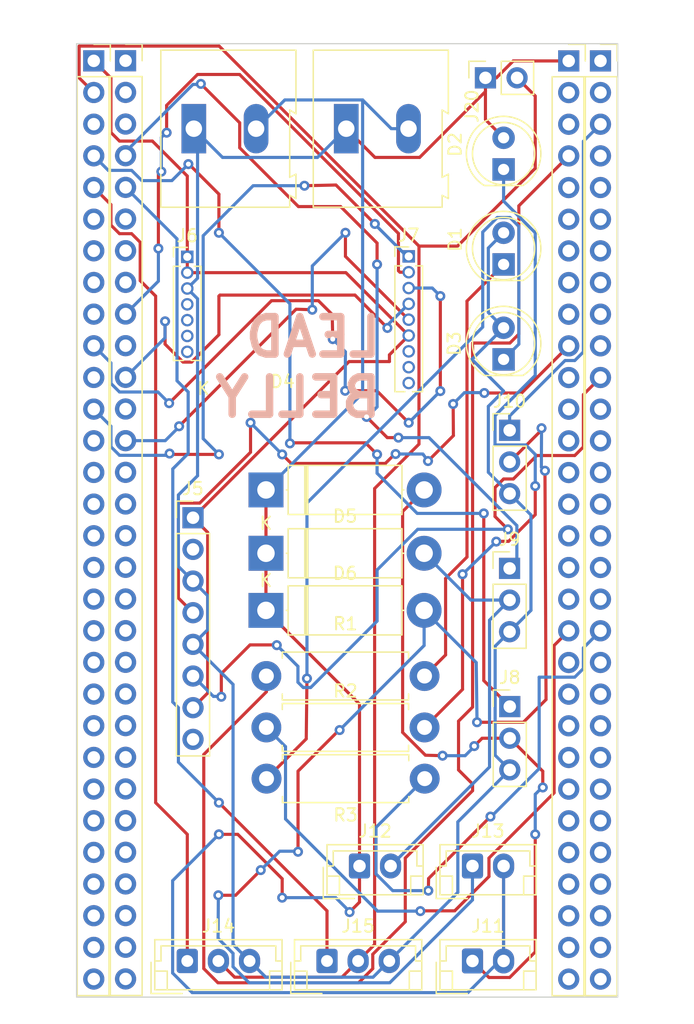
<source format=kicad_pcb>
(kicad_pcb (version 20221018) (generator pcbnew)
  (layers (0 "F.Cu" signal) (31 "B.Cu" signal) (34 "B.Paste" user) (35 "F.Paste" user) (36 "B.SilkS" user "B.Silkscreen") (37 "F.SilkS" user "F.Silkscreen") (38 "B.Mask" user) (39 "F.Mask" user) (44 "Edge.Cuts" user))
  (net 0 "")
  (net 1 "Net-(D1-K)")
  (net 2 "Net-(D1-A)")
  (net 3 "Net-(D2-K)")
  (net 4 "Net-(D3-K)")
  (net 5 "Net-(D4-K)")
  (net 6 "Net-(D4-A)")
  (net 7 "Net-(D5-A)")
  (net 8 "Net-(D6-A)")
  (net 9 "Net-(J1-Pin_1)")
  (net 10 "Net-(J1-Pin_2)")
  (net 12 "Net-(J1-Pin_4)")
  (net 13 "Net-(J1-Pin_5)")
  (net 18 "Net-(J1-Pin_10)")
  (net 19 "Net-(J1-Pin_12)")
  (net 41 "Net-(J2-Pin_4)")
  (net 42 "Net-(J15-Pin_1)")
  (net 47 "Net-(J2-Pin_13)")
  (net 67 "Net-(J3-Pin_4)")
  (net 73 "Net-(J3-Pin_10)")
  (net 82 "Net-(J3-Pin_19)")
  (net 96 "Net-(J10-Pin_1)")
  (net 104 "Net-(J4-Pin_11)")
  (net 112 "Net-(J4-Pin_19)")
  (net 134 "Net-(J2-Pin_9)")
  (net 135 "Net-(J2-Pin_11)")
  (footprint "Connector_JST:JST_EH_B2B-EH-A_1x02_P2.50mm_Vertical" (layer "F.Cu") (at 91.48 109.22)
    (fp_text reference "J11")
    (fp_text value "Conn_01x02_Pin")
  )
  (footprint "Resistor_THT:R_Axial_DIN0411_L9.9mm_D3.6mm_P12.70mm_Horizontal" (layer "F.Cu") (at 74.93 86.36)
    (fp_text reference "R1")
    (fp_text value "R")
  )
  (footprint "TerminalBlock:TerminalBlock_Altech_AK300-2_P5.00mm" (layer "F.Cu") (at 81.344915 42.450348)
    (fp_text reference "J21" hide)
    (fp_text value "Conn_01x02_Pin")
  )
  (footprint "LED_THT:LED_D5.0mm" (layer "F.Cu") (at 93.98 53.34 90)
    (fp_text reference "D1")
    (fp_text value "LED")
  )
  (footprint "Diode_THT:D_5W_P12.70mm_Horizontal" (layer "F.Cu") (at 74.896945 81.093189)
    (fp_text reference "D6")
    (fp_text value "D")
  )
  (footprint "Connector_PinSocket_2.54mm:PinSocket_1x30_P2.54mm_Vertical" (layer "F.Cu") (at 63.624173 36.998699)
    (fp_text reference "J2" hide)
    (fp_text value "Conn_01x30_Socket")
  )
  (footprint "Diode_THT:D_5W_P12.70mm_Horizontal" (layer "F.Cu") (at 74.899723 71.43136)
    (fp_text reference "D4")
    (fp_text value "D")
  )
  (footprint "Connector_JST:JST_EH_B2B-EH-A_1x02_P2.50mm_Vertical" (layer "F.Cu") (at 91.48 101.6)
    (fp_text reference "J13")
    (fp_text value "Conn_01x02_Pin")
  )
  (footprint "Connector_PinHeader_2.54mm:PinHeader_1x08_P2.54mm_Vertical" (layer "F.Cu") (at 69.04121 73.66)
    (fp_text reference "J5")
    (fp_text value "Conn_01x08_Pin")
  )
  (footprint "Resistor_THT:R_Axial_DIN0411_L9.9mm_D3.6mm_P12.70mm_Horizontal" (layer "F.Cu") (at 74.929665 90.484228)
    (fp_text reference "R2")
    (fp_text value "R")
  )
  (footprint "Connector_PinSocket_2.54mm:PinSocket_1x30_P2.54mm_Vertical" (layer "F.Cu") (at 61.071027 37.00787)
    (fp_text reference "J1" hide)
    (fp_text value "Conn_01x30_Socket")
  )
  (footprint "Connector_PinHeader_1.27mm:PinHeader_1x09_P1.27mm_Vertical" (layer "F.Cu") (at 86.36 52.693686)
    (fp_text reference "J7")
    (fp_text value "Conn_01x09_Pin")
  )
  (footprint "Connector_PinHeader_2.54mm:PinHeader_1x03_P2.54mm_Vertical" (layer "F.Cu") (at 94.475695 88.809873)
    (fp_text reference "J8")
    (fp_text value "Conn_01x03_Pin")
  )
  (footprint "LED_THT:LED_D5.0mm" (layer "F.Cu") (at 93.98 45.72 90)
    (fp_text reference "D2")
    (fp_text value "LED")
  )
  (footprint "Connector_PinHeader_2.54mm:PinHeader_1x03_P2.54mm_Vertical" (layer "F.Cu") (at 94.461489 77.726077)
    (fp_text reference "J9")
    (fp_text value "Conn_01x03_Pin")
  )
  (footprint "Resistor_THT:R_Axial_DIN0411_L9.9mm_D3.6mm_P12.70mm_Horizontal" (layer "F.Cu") (at 87.643183 94.590862 180)
    (fp_text reference "R3")
    (fp_text value "R")
  )
  (footprint "LED_THT:LED_D5.0mm" (layer "F.Cu") (at 93.98 60.96 90)
    (fp_text reference "D3")
    (fp_text value "LED")
  )
  (footprint "TerminalBlock:TerminalBlock_Altech_AK300-2_P5.00mm" (layer "F.Cu") (at 69.104915 42.450348)
    (fp_text reference "J18" hide)
    (fp_text value "Conn_01x02_Pin")
  )
  (footprint "Connector_JST:JST_EH_B3B-EH-A_1x03_P2.50mm_Vertical" (layer "F.Cu") (at 79.79903 109.22)
    (fp_text reference "J15")
    (fp_text value "Conn_01x03_Pin")
  )
  (footprint "Connector_PinSocket_2.54mm:PinSocket_1x02_P2.54mm_Vertical" (layer "F.Cu") (at 92.521517 38.370379 90)
    (fp_text reference "J20")
    (fp_text value "Conn_01x02_Pin")
  )
  (footprint "Connector_JST:JST_EH_B2B-EH-A_1x02_P2.50mm_Vertical" (layer "F.Cu") (at 82.409139 101.6)
    (fp_text reference "J12")
    (fp_text value "Conn_01x02_Pin")
  )
  (footprint "Connector_PinSocket_2.54mm:PinSocket_1x30_P2.54mm_Vertical" (layer "F.Cu") (at 101.759344 37.011809)
    (fp_text reference "J4" hide)
    (fp_text value "Conn_01x30_Socket")
  )
  (footprint "Connector_JST:JST_EH_B3B-EH-A_1x03_P2.50mm_Vertical" (layer "F.Cu") (at 68.58 109.22)
    (fp_text reference "J14")
    (fp_text value "Conn_01x03_Pin")
  )
  (footprint "Connector_PinSocket_2.54mm:PinSocket_1x30_P2.54mm_Vertical" (layer "F.Cu") (at 99.209134 37.01479)
    (fp_text reference "J3" hide)
    (fp_text value "Conn_01x30_Socket")
  )
  (footprint "Diode_THT:D_5W_P12.70mm_Horizontal" (layer "F.Cu") (at 74.89913 76.51136)
    (fp_text reference "D5")
    (fp_text value "D")
  )
  (footprint "Connector_PinHeader_2.54mm:PinHeader_1x03_P2.54mm_Vertical" (layer "F.Cu") (at 94.466682 66.646787)
    (fp_text reference "J10")
    (fp_text value "Conn_01x03_Pin")
  )
  (footprint "Connector_PinHeader_1.27mm:PinHeader_1x07_P1.27mm_Vertical" (layer "F.Cu") (at 68.58 52.730638)
    (fp_text reference "J6")
    (fp_text value "Conn_01x07_Pin")
  )
  (gr_rect (start 59.69 35.63) (end 103.141715 112.11869) (stroke (width 0.1)) (fill none) (layer "Edge.Cuts"))
  (gr_text "LEAD\nBELLY" (at 84.438898 65.756493) (layer "B.SilkS") (effects (font (size 3 3) (thickness 0.6) bold) (justify left bottom mirror)))
  (segment (start 93.98 53.34) (end 91.04 56.28) (width 0.25) (layer "F.Cu") (net 1))
  (segment (start 91.04 76.813383) (end 89.321945 78.531438) (width 0.25) (layer "F.Cu") (net 1))
  (segment (start 89.321945 84.668055) (end 87.63 86.36) (width 0.25) (layer "F.Cu") (net 1))
  (segment (start 91.04 56.28) (end 91.04 76.813383) (width 0.25) (layer "F.Cu") (net 1))
  (segment (start 89.321945 78.531438) (end 89.321945 84.668055) (width 0.25) (layer "F.Cu") (net 1))
  (segment (start 93.399816 38.370379) (end 94.755405 37.01479) (width 0.25) (layer "F.Cu") (net 2))
  (segment (start 92.521517 38.370379) (end 93.399816 38.370379) (width 0.25) (layer "F.Cu") (net 2))
  (segment (start 83.649915 44.755348) (end 81.344915 42.450348) (width 0.25) (layer "F.Cu") (net 2))
  (segment (start 92.521517 38.370379) (end 92.521517 39.470379) (width 0.25) (layer "F.Cu") (net 2))
  (segment (start 94.755405 37.01479) (end 99.209134 37.01479) (width 0.25) (layer "F.Cu") (net 2))
  (segment (start 92.521517 39.470379) (end 87.236548 44.755348) (width 0.25) (layer "F.Cu") (net 2))
  (segment (start 93.98 43.18) (end 92.521517 41.721517) (width 0.25) (layer "F.Cu") (net 2))
  (segment (start 87.236548 44.755348) (end 83.649915 44.755348) (width 0.25) (layer "F.Cu") (net 2))
  (segment (start 92.521517 41.721517) (end 92.521517 38.370379) (width 0.25) (layer "F.Cu") (net 2))
  (segment (start 92.755 57.195) (end 92.755 52.025) (width 0.25) (layer "B.Cu") (net 2))
  (segment (start 92.755 64.725) (end 93.98 63.5) (width 0.25) (layer "B.Cu") (net 2))
  (segment (start 93.300695 83.966871) (end 94.461489 82.806077) (width 0.25) (layer "B.Cu") (net 2))
  (segment (start 72.255 87.03379) (end 72.255 107.895) (width 0.25) (layer "B.Cu") (net 2))
  (segment (start 94.466682 71.726787) (end 92.755 70.015105) (width 0.25) (layer "B.Cu") (net 2))
  (segment (start 72.255 107.895) (end 73.58 109.22) (width 0.25) (layer "B.Cu") (net 2))
  (segment (start 90.305 103.71403) (end 90.305 98.060568) (width 0.25) (layer "B.Cu") (net 2))
  (segment (start 69.405 42.750433) (end 69.405 54.445638) (width 0.25) (layer "B.Cu") (net 2))
  (segment (start 83.49903 110.52) (end 84.79903 109.22) (width 0.25) (layer "B.Cu") (net 2))
  (segment (start 69.104915 42.450348) (end 69.405 42.750433) (width 0.25) (layer "B.Cu") (net 2))
  (segment (start 96.177566 73.437671) (end 94.466682 71.726787) (width 0.25) (layer "B.Cu") (net 2))
  (segment (start 92.755 52.025) (end 93.98 50.8) (width 0.25) (layer "B.Cu") (net 2))
  (segment (start 69.405 56.095638) (end 69.405 70.295) (width 0.25) (layer "B.Cu") (net 2))
  (segment (start 67.86621 71.83379) (end 67.86621 77.565) (width 0.25) (layer "B.Cu") (net 2))
  (segment (start 69.405 70.295) (end 67.86621 71.83379) (width 0.25) (layer "B.Cu") (net 2))
  (segment (start 94.475695 93.889873) (end 93.300695 92.714873) (width 0.25) (layer "B.Cu") (net 2))
  (segment (start 92.755 70.015105) (end 92.755 64.725) (width 0.25) (layer "B.Cu") (net 2))
  (segment (start 91.44 60.96) (end 93.98 58.42) (width 0.25) (layer "B.Cu") (net 2))
  (segment (start 70.21621 79.915) (end 70.21621 82.645) (width 0.25) (layer "B.Cu") (net 2))
  (segment (start 94.461489 82.806077) (end 96.177566 81.09) (width 0.25) (layer "B.Cu") (net 2))
  (segment (start 74.88 110.52) (end 83.49903 110.52) (width 0.25) (layer "B.Cu") (net 2))
  (segment (start 84.79903 109.22) (end 90.305 103.71403) (width 0.25) (layer "B.Cu") (net 2))
  (segment (start 93.300695 92.714873) (end 93.300695 83.966871) (width 0.25) (layer "B.Cu") (net 2))
  (segment (start 69.405 54.445638) (end 68.58 55.270638) (width 0.25) (layer "B.Cu") (net 2))
  (segment (start 69.04121 78.74) (end 70.21621 79.915) (width 0.25) (layer "B.Cu") (net 2))
  (segment (start 70.21621 82.645) (end 69.04121 83.82) (width 0.25) (layer "B.Cu") (net 2))
  (segment (start 79.039915 44.755348) (end 71.409915 44.755348) (width 0.25) (layer "B.Cu") (net 2))
  (segment (start 73.58 109.22) (end 74.88 110.52) (width 0.25) (layer "B.Cu") (net 2))
  (segment (start 81.344915 42.450348) (end 79.039915 44.755348) (width 0.25) (layer "B.Cu") (net 2))
  (segment (start 69.04121 83.82) (end 72.255 87.03379) (width 0.25) (layer "B.Cu") (net 2))
  (segment (start 96.177566 81.09) (end 96.177566 73.437671) (width 0.25) (layer "B.Cu") (net 2))
  (segment (start 90.305 98.060568) (end 94.475695 93.889873) (width 0.25) (layer "B.Cu") (net 2))
  (segment (start 67.86621 77.565) (end 69.04121 78.74) (width 0.25) (layer "B.Cu") (net 2))
  (segment (start 68.58 55.270638) (end 69.405 56.095638) (width 0.25) (layer "B.Cu") (net 2))
  (segment (start 93.98 63.5) (end 91.44 60.96) (width 0.25) (layer "B.Cu") (net 2))
  (segment (start 93.98 58.42) (end 92.755 57.195) (width 0.25) (layer "B.Cu") (net 2))
  (segment (start 71.409915 44.755348) (end 69.104915 42.450348) (width 0.25) (layer "B.Cu") (net 2))
  (segment (start 96.52 71.12) (end 96.52 73.417698) (width 0.25) (layer "F.Cu") (net 3))
  (segment (start 90.683344 78.195344) (end 90.683344 87.430549) (width 0.25) (layer "F.Cu") (net 3))
  (segment (start 94.383535 75.554163) (end 93.469115 75.554163) (width 0.25) (layer "F.Cu") (net 3))
  (segment (start 93.392 75.573442) (end 93.430557 75.554163) (width 0.25) (layer "F.Cu") (net 3))
  (segment (start 93.469115 75.554163) (end 93.392 75.573442) (width 0.25) (layer "F.Cu") (net 3))
  (segment (start 93.430557 75.554163) (end 93.449836 75.554163) (width 0.25) (layer "F.Cu") (net 3))
  (segment (start 96.52 73.417698) (end 94.383535 75.554163) (width 0.25) (layer "F.Cu") (net 3))
  (segment (start 90.683344 87.430549) (end 87.629665 90.484228) (width 0.25) (layer "F.Cu") (net 3))
  (via (at 90.683344 78.195344) (size 0.8) (drill 0.4) (layers "F.Cu" "B.Cu") (net 3))
  (via (at 93.392 75.573442) (size 0.8) (drill 0.4) (layers "F.Cu" "B.Cu") (net 3))
  (via (at 96.52 71.12) (size 0.8) (drill 0.4) (layers "F.Cu" "B.Cu") (net 3))
  (segment (start 96.52 50.8) (end 96.52 62.243469) (width 0.25) (layer "B.Cu") (net 3))
  (segment (start 96.52 68.58) (end 96.52 71.12) (width 0.25) (layer "B.Cu") (net 3))
  (segment (start 93.291682 65.471787) (end 93.291682 67.821787) (width 0.25) (layer "B.Cu") (net 3))
  (segment (start 93.98 45.72) (end 93.98 48.26) (width 0.25) (layer "B.Cu") (net 3))
  (segment (start 90.683344 78.195344) (end 90.856852 78.10859) (width 0.25) (layer "B.Cu") (net 3))
  (segment (start 95.761787 67.821787) (end 96.52 68.58) (width 0.25) (layer "B.Cu") (net 3))
  (segment (start 93.392 75.573442) (end 90.683344 78.195344) (width 0.25) (layer "B.Cu") (net 3))
  (segment (start 93.98 48.26) (end 96.52 50.8) (width 0.25) (layer "B.Cu") (net 3))
  (segment (start 93.291682 67.821787) (end 95.761787 67.821787) (width 0.25) (layer "B.Cu") (net 3))
  (segment (start 96.52 62.243469) (end 93.291682 65.471787) (width 0.25) (layer "B.Cu") (net 3))
  (segment (start 78.190557 86.557639) (end 78.132721 86.54318) (width 0.25) (layer "F.Cu") (net 4))
  (segment (start 78.132721 91.401324) (end 78.190557 86.557639) (width 0.25) (layer "F.Cu") (net 4))
  (segment (start 74.943183 94.590862) (end 78.132721 91.401324) (width 0.25) (layer "F.Cu") (net 4))
  (via (at 78.190557 86.557639) (size 0.8) (drill 0.4) (layers "F.Cu" "B.Cu") (net 4))
  (segment (start 95.205 50.292588) (end 95.205 59.735) (width 0.25) (layer "B.Cu") (net 4))
  (segment (start 95.205 59.735) (end 93.98 60.96) (width 0.25) (layer "B.Cu") (net 4))
  (segment (start 92.305 50.742588) (end 93.472588 49.575) (width 0.25) (layer "B.Cu") (net 4))
  (segment (start 78.190557 72.477031) (end 92.305 58.362588) (width 0.25) (layer "B.Cu") (net 4))
  (segment (start 94.487412 49.575) (end 95.205 50.292588) (width 0.25) (layer "B.Cu") (net 4))
  (segment (start 93.472588 49.575) (end 94.487412 49.575) (width 0.25) (layer "B.Cu") (net 4))
  (segment (start 92.305 58.362588) (end 92.305 50.742588) (width 0.25) (layer "B.Cu") (net 4))
  (segment (start 78.190557 86.557639) (end 78.190557 72.477031) (width 0.25) (layer "B.Cu") (net 4))
  (segment (start 74.89913 71.431953) (end 74.899723 71.43136) (width 0.25) (layer "F.Cu") (net 5))
  (segment (start 82.409139 101.6) (end 82.409139 88.605383) (width 0.25) (layer "F.Cu") (net 5))
  (segment (start 71.12 99.06) (end 72.634665 99.06) (width 0.25) (layer "F.Cu") (net 5))
  (segment (start 82.409139 104.500335) (end 82.409139 101.6) (width 0.25) (layer "F.Cu") (net 5))
  (segment (start 81.612655 105.296819) (end 82.409139 104.500335) (width 0.25) (layer "F.Cu") (net 5))
  (segment (start 93.98 109.22) (end 93.98 101.6) (width 0.25) (layer "F.Cu") (net 5))
  (segment (start 82.409139 88.605383) (end 74.896945 81.093189) (width 0.25) (layer "F.Cu") (net 5))
  (segment (start 76.2 102.625335) (end 76.2 104.14) (width 0.25) (layer "F.Cu") (net 5))
  (segment (start 74.896945 76.513545) (end 74.89913 76.51136) (width 0.25) (layer "F.Cu") (net 5))
  (segment (start 74.896945 81.093189) (end 74.896945 76.513545) (width 0.25) (layer "F.Cu") (net 5))
  (segment (start 74.89913 76.51136) (end 74.89913 71.431953) (width 0.25) (layer "F.Cu") (net 5))
  (segment (start 72.634665 99.06) (end 76.2 102.625335) (width 0.25) (layer "F.Cu") (net 5))
  (via (at 76.2 104.14) (size 0.8) (drill 0.4) (layers "F.Cu" "B.Cu") (net 5))
  (via (at 71.12 99.06) (size 0.8) (drill 0.4) (layers "F.Cu" "B.Cu") (net 5))
  (via (at 81.612655 105.296819) (size 0.8) (drill 0.4) (layers "F.Cu" "B.Cu") (net 5))
  (segment (start 91.1101 111.76) (end 68.9749 111.76) (width 0.25) (layer "B.Cu") (net 5))
  (segment (start 82.659915 63.671168) (end 82.659915 40.145348) (width 0.25) (layer "B.Cu") (net 5))
  (segment (start 82.659915 40.145348) (end 76.409915 40.145348) (width 0.25) (layer "B.Cu") (net 5))
  (segment (start 86.344915 42.450348) (end 84.964915 42.450348) (width 0.25) (layer "B.Cu") (net 5))
  (segment (start 81.656032 105.296819) (end 81.54759 105.188377) (width 0.25) (layer "B.Cu") (net 5))
  (segment (start 81.612655 105.296819) (end 81.656032 105.296819) (width 0.25) (layer "B.Cu") (net 5))
  (segment (start 93.98 108.8901) (end 91.1101 111.76) (width 0.25) (layer "B.Cu") (net 5))
  (segment (start 80.499213 104.14) (end 81.612655 105.253442) (width 0.25) (layer "B.Cu") (net 5))
  (segment (start 93.98 101.6) (end 93.98 108.8901) (width 0.25) (layer "B.Cu") (net 5))
  (segment (start 68.9749 111.76) (end 67.405 110.1901) (width 0.25) (layer "B.Cu") (net 5))
  (segment (start 76.2 104.14) (end 80.499213 104.14) (width 0.25) (layer "B.Cu") (net 5))
  (segment (start 76.409915 40.145348) (end 74.104915 42.450348) (width 0.25) (layer "B.Cu") (net 5))
  (segment (start 67.405 110.1901) (end 67.405 102.775) (width 0.25) (layer "B.Cu") (net 5))
  (segment (start 74.899723 71.43136) (end 82.659915 63.671168) (width 0.25) (layer "B.Cu") (net 5))
  (segment (start 81.612655 105.253442) (end 81.612655 105.296819) (width 0.25) (layer "B.Cu") (net 5))
  (segment (start 67.405 102.775) (end 71.12 99.06) (width 0.25) (layer "B.Cu") (net 5))
  (segment (start 84.964915 42.450348) (end 82.659915 40.145348) (width 0.25) (layer "B.Cu") (net 5))
  (segment (start 91.624721 91.979803) (end 92.254651 91.349873) (width 0.25) (layer "F.Cu") (net 6))
  (segment (start 85.871945 73.159138) (end 85.871945 90.883184) (width 0.25) (layer "F.Cu") (net 6))
  (segment (start 97.127278 94.001456) (end 94.475695 91.349873) (width 0.25) (layer "F.Cu") (net 6))
  (segment (start 92.254651 91.349873) (end 94.475695 91.349873) (width 0.25) (layer "F.Cu") (net 6))
  (segment (start 94.466701 110.545) (end 96.52 108.491701) (width 0.25) (layer "F.Cu") (net 6))
  (segment (start 87.701154 92.712393) (end 89.079934 92.75095) (width 0.25) (layer "F.Cu") (net 6))
  (segment (start 92.805 110.545) (end 94.466701 110.545) (width 0.25) (layer "F.Cu") (net 6))
  (segment (start 85.871945 90.883184) (end 87.209547 92.220786) (width 0.25) (layer "F.Cu") (net 6))
  (segment (start 97.127278 95.300655) (end 97.127278 94.001456) (width 0.25) (layer "F.Cu") (net 6))
  (segment (start 91.48 109.22) (end 92.805 110.545) (width 0.25) (layer "F.Cu") (net 6))
  (segment (start 87.599723 71.43136) (end 85.871945 73.159138) (width 0.25) (layer "F.Cu") (net 6))
  (segment (start 96.52 108.491701) (end 96.52 99.06) (width 0.25) (layer "F.Cu") (net 6))
  (segment (start 89.079934 92.75095) (end 89.079934 92.712393) (width 0.25) (layer "F.Cu") (net 6))
  (segment (start 87.209547 92.220786) (end 87.701154 92.712393) (width 0.25) (layer "F.Cu") (net 6))
  (via (at 89.079934 92.75095) (size 0.8) (drill 0.4) (layers "F.Cu" "B.Cu") (net 6))
  (via (at 96.52 99.06) (size 0.8) (drill 0.4) (layers "F.Cu" "B.Cu") (net 6))
  (via (at 91.624721 91.979803) (size 0.8) (drill 0.4) (layers "F.Cu" "B.Cu") (net 6))
  (via (at 97.127278 95.300655) (size 0.8) (drill 0.4) (layers "F.Cu" "B.Cu") (net 6))
  (segment (start 91.624721 91.979803) (end 91.663278 91.979803) (width 0.25) (layer "B.Cu") (net 6))
  (segment (start 91.624721 92.01836) (end 91.624721 91.979803) (width 0.25) (layer "B.Cu") (net 6))
  (segment (start 90.892131 92.75095) (end 91.624721 92.01836) (width 0.25) (layer "B.Cu") (net 6))
  (segment (start 96.52 95.850097) (end 97.069442 95.300655) (width 0.25) (layer "B.Cu") (net 6))
  (segment (start 97.127278 95.300655) (end 97.127278 95.242819) (width 0.25) (layer "B.Cu") (net 6))
  (segment (start 97.127278 95.242819) (end 97.011606 95.358491) (width 0.25) (layer "B.Cu") (net 6))
  (segment (start 97.069442 95.300655) (end 97.127278 95.300655) (width 0.25) (layer "B.Cu") (net 6))
  (segment (start 96.52 99.06) (end 96.52 95.850097) (width 0.25) (layer "B.Cu") (net 6))
  (segment (start 89.079934 92.75095) (end 90.892131 92.75095) (width 0.25) (layer "B.Cu") (net 6))
  (segment (start 91.663278 91.979803) (end 91.637573 92.005508) (width 0.25) (layer "B.Cu") (net 6))
  (segment (start 94.461489 80.266077) (end 91.353847 80.266077) (width 0.25) (layer "B.Cu") (net 7))
  (segment (start 92.850695 93.658444) (end 92.850695 81.876871) (width 0.25) (layer "B.Cu") (net 7))
  (segment (start 84.909139 101.6) (end 92.850695 93.658444) (width 0.25) (layer "B.Cu") (net 7))
  (segment (start 91.353847 80.266077) (end 87.59913 76.51136) (width 0.25) (layer "B.Cu") (net 7))
  (segment (start 92.850695 81.876871) (end 94.461489 80.266077) (width 0.25) (layer "B.Cu") (net 7))
  (segment (start 91.847261 90.06854) (end 95.567028 90.06854) (width 0.25) (layer "F.Cu") (net 8))
  (segment (start 97.300786 69.891081) (end 97.38754 69.92) (width 0.25) (layer "F.Cu") (net 8))
  (segment (start 97.38754 88.248028) (end 97.300786 69.891081) (width 0.25) (layer "F.Cu") (net 8))
  (segment (start 80.812622 90.65218) (end 80.769245 90.695557) (width 0.25) (layer "F.Cu") (net 8))
  (segment (start 80.769245 90.695557) (end 80.812622 90.695557) (width 0.25) (layer "F.Cu") (net 8))
  (segment (start 97.026065 66.627404) (end 94.466682 69.186787) (width 0.25) (layer "F.Cu") (net 8))
  (segment (start 71.074475 103.947245) (end 72.462541 103.947245) (width 0.25) (layer "F.Cu") (net 8))
  (segment (start 77.47259 100.455393) (end 77.47259 93.992212) (width 0.25) (layer "F.Cu") (net 8))
  (segment (start 72.462541 103.947245) (end 74.479573 101.930213) (width 0.25) (layer "F.Cu") (net 8))
  (segment (start 74.479573 101.930213) (end 74.436196 101.97359) (width 0.25) (layer "F.Cu") (net 8))
  (segment (start 80.812622 90.695557) (end 80.812622 90.65218) (width 0.25) (layer "F.Cu") (net 8))
  (segment (start 95.567028 90.06854) (end 97.38754 88.248028) (width 0.25) (layer "F.Cu") (net 8))
  (segment (start 97.026065 66.478754) (end 97.026065 66.627404) (width 0.25) (layer "F.Cu") (net 8))
  (segment (start 77.47259 93.992212) (end 80.769245 90.695557) (width 0.25) (layer "F.Cu") (net 8))
  (via (at 97.026065 66.478754) (size 0.8) (drill 0.4) (layers "F.Cu" "B.Cu") (net 8))
  (via (at 97.300786 69.891081) (size 0.8) (drill 0.4) (layers "F.Cu" "B.Cu") (net 8))
  (via (at 91.847261 90.06854) (size 0.8) (drill 0.4) (layers "F.Cu" "B.Cu") (net 8))
  (via (at 74.479573 101.930213) (size 0.8) (drill 0.4) (layers "F.Cu" "B.Cu") (net 8))
  (via (at 71.074475 103.947245) (size 0.8) (drill 0.4) (layers "F.Cu" "B.Cu") (net 8))
  (via (at 80.812622 90.695557) (size 0.8) (drill 0.4) (layers "F.Cu" "B.Cu") (net 8))
  (via (at 77.47259 100.455393) (size 0.8) (drill 0.4) (layers "F.Cu" "B.Cu") (net 8))
  (segment (start 87.596945 83.911234) (end 87.596945 81.093189) (width 0.25) (layer "B.Cu") (net 8))
  (segment (start 72.255 109.681701) (end 72.255 108.608299) (width 0.25) (layer "B.Cu") (net 8))
  (segment (start 71.052786 107.406085) (end 71.074475 103.947245) (width 0.25) (layer "B.Cu") (net 8))
  (segment (start 74.479573 101.930213) (end 75.99777 100.412016) (width 0.25) (layer "B.Cu") (net 8))
  (segment (start 84.835731 110.97) (end 73.543299 110.97) (width 0.25) (layer "B.Cu") (net 8))
  (segment (start 71.074475 103.947245) (end 71.052786 104.034) (width 0.25) (layer "B.Cu") (net 8))
  (segment (start 77.429213 100.412016) (end 77.385836 100.412016) (width 0.25) (layer "B.Cu") (net 8))
  (segment (start 75.99777 100.412016) (end 77.342459 100.412016) (width 0.25) (layer "B.Cu") (net 8))
  (segment (start 91.782195 85.278439) (end 91.847261 90.06854) (width 0.25) (layer "B.Cu") (net 8))
  (segment (start 80.812622 90.695557) (end 87.596945 83.911234) (width 0.25) (layer "B.Cu") (net 8))
  (segment (start 91.48 104.325731) (end 84.835731 110.97) (width 0.25) (layer "B.Cu") (net 8))
  (segment (start 97.026065 66.478754) (end 97.011606 66.551049) (width 0.25) (layer "B.Cu") (net 8))
  (segment (start 97.011606 69.601901) (end 97.026065 66.478754) (width 0.25) (layer "B.Cu") (net 8))
  (segment (start 97.300786 69.891081) (end 97.011606 69.601901) (width 0.25) (layer "B.Cu") (net 8))
  (segment (start 77.47259 100.455393) (end 77.429213 100.412016) (width 0.25) (layer "B.Cu") (net 8))
  (segment (start 91.48 101.6) (end 91.48 104.325731) (width 0.25) (layer "B.Cu") (net 8))
  (segment (start 77.342459 100.412016) (end 77.47259 100.455393) (width 0.25) (layer "B.Cu") (net 8))
  (segment (start 91.847261 90.06854) (end 91.782195 89.960097) (width 0.25) (layer "B.Cu") (net 8))
  (segment (start 87.596945 81.093189) (end 91.782195 85.278439) (width 0.25) (layer "B.Cu") (net 8))
  (segment (start 73.543299 110.97) (end 72.255 109.681701) (width 0.25) (layer "B.Cu") (net 8))
  (segment (start 72.255 108.608299) (end 71.052786 107.406085) (width 0.25) (layer "B.Cu") (net 8))
  (segment (start 70.21621 87.725) (end 69.04121 88.9) (width 0.25) (layer "F.Cu") (net 9))
  (segment (start 69.04121 73.66) (end 70.21621 74.835) (width 0.25) (layer "F.Cu") (net 9))
  (segment (start 70.21621 74.835) (end 70.21621 87.725) (width 0.25) (layer "F.Cu") (net 9))
  (segment (start 69.04121 73.66) (end 81.567702 61.133508) (width 0.25) (layer "F.Cu") (net 9))
  (segment (start 62.449173 38.386016) (end 62.449173 42.7554) (width 0.25) (layer "F.Cu") (net 9))
  (segment (start 84.812852 61.133508) (end 84.812852 60.590834) (width 0.25) (layer "F.Cu") (net 9))
  (segment (start 65.776301 43.443699) (end 68.58 46.247398) (width 0.25) (layer "F.Cu") (net 9))
  (segment (start 81.316952 54.000638) (end 86.36 59.043686) (width 0.25) (layer "F.Cu") (net 9))
  (segment (start 61.071027 37.00787) (end 62.449173 38.386016) (width 0.25) (layer "F.Cu") (net 9))
  (segment (start 63.137472 43.443699) (end 65.776301 43.443699) (width 0.25) (layer "F.Cu") (net 9))
  (segment (start 62.449173 42.7554) (end 63.137472 43.443699) (width 0.25) (layer "F.Cu") (net 9))
  (segment (start 68.58 46.247398) (end 68.58 52.730638) (width 0.25) (layer "F.Cu") (net 9))
  (segment (start 68.58 54.000638) (end 81.316952 54.000638) (width 0.25) (layer "F.Cu") (net 9))
  (segment (start 68.58 52.730638) (end 68.58 54.000638) (width 0.25) (layer "F.Cu") (net 9))
  (segment (start 84.812852 60.590834) (end 86.36 59.043686) (width 0.25) (layer "F.Cu") (net 9))
  (segment (start 81.567702 61.133508) (end 84.812852 61.133508) (width 0.25) (layer "F.Cu") (net 9))
  (segment (start 59.896027 35.83287) (end 59.905198 35.823699) (width 0.25) (layer "F.Cu") (net 10))
  (segment (start 90.281314 51.868686) (end 96.52 45.63) (width 0.25) (layer "F.Cu") (net 10))
  (segment (start 82.29903 109.22) (end 80.99903 110.52) (width 0.25) (layer "F.Cu") (net 10))
  (segment (start 59.896027 38.37287) (end 59.896027 35.83287) (width 0.25) (layer "F.Cu") (net 10))
  (segment (start 61.071027 39.54787) (end 59.896027 38.37287) (width 0.25) (layer "F.Cu") (net 10))
  (segment (start 96.52 45.63) (end 96.52 39.828862) (width 0.25) (layer "F.Cu") (net 10))
  (segment (start 83.62403 71.31597) (end 83.62403 107.895) (width 0.25) (layer "F.Cu") (net 10))
  (segment (start 80.99903 110.52) (end 72.38 110.52) (width 0.25) (layer "F.Cu") (net 10))
  (segment (start 71.140013 35.823699) (end 87.185 51.868686) (width 0.25) (layer "F.Cu") (net 10))
  (segment (start 87.185 51.868686) (end 90.281314 51.868686) (width 0.25) (layer "F.Cu") (net 10))
  (segment (start 87.185 51.868686) (end 87.185 67.755) (width 0.25) (layer "F.Cu") (net 10))
  (segment (start 72.38 110.52) (end 71.08 109.22) (width 0.25) (layer "F.Cu") (net 10))
  (segment (start 59.905198 35.823699) (end 71.140013 35.823699) (width 0.25) (layer "F.Cu") (net 10))
  (segment (start 87.185 67.755) (end 83.62403 71.31597) (width 0.25) (layer "F.Cu") (net 10))
  (segment (start 96.52 39.828862) (end 95.061517 38.370379) (width 0.25) (layer "F.Cu") (net 10))
  (segment (start 83.62403 107.895) (end 82.29903 109.22) (width 0.25) (layer "F.Cu") (net 10))
  (segment (start 76.821934 67.695655) (end 76.865311 67.652278) (width 0.25) (layer "F.Cu") (net 12))
  (segment (start 94.475695 88.809873) (end 92.389508 86.723686) (width 0.25) (layer "F.Cu") (net 12))
  (segment (start 92.389508 73.312983) (end 92.389508 73.341901) (width 0.25) (layer "F.Cu") (net 12))
  (segment (start 68.667049 45.248033) (end 68.732114 45.313098) (width 0.25) (layer "F.Cu") (net 12))
  (segment (start 83.82 68.58) (end 82.892278 67.652278) (width 0.25) (layer "F.Cu") (net 12))
  (segment (start 68.710425 45.291409) (end 68.667049 45.291409) (width 0.25) (layer "F.Cu") (net 12))
  (segment (start 82.892278 67.652278) (end 76.952065 67.652278) (width 0.25) (layer "F.Cu") (net 12))
  (segment (start 71.12 47.700984) (end 68.710425 45.291409) (width 0.25) (layer "F.Cu") (net 12))
  (segment (start 92.389508 86.723686) (end 92.389508 73.312983) (width 0.25) (layer "F.Cu") (net 12))
  (segment (start 71.12 50.8) (end 71.12 47.700984) (width 0.25) (layer "F.Cu") (net 12))
  (segment (start 76.952065 67.652278) (end 76.821934 67.695655) (width 0.25) (layer "F.Cu") (net 12))
  (segment (start 68.667049 45.291409) (end 68.667049 45.248033) (width 0.25) (layer "F.Cu") (net 12))
  (segment (start 76.865311 67.652278) (end 76.908688 67.652278) (width 0.25) (layer "F.Cu") (net 12))
  (via (at 71.12 50.8) (size 0.8) (drill 0.4) (layers "F.Cu" "B.Cu") (net 12))
  (via (at 83.82 68.58) (size 0.8) (drill 0.4) (layers "F.Cu" "B.Cu") (net 12))
  (via (at 92.389508 73.312983) (size 0.8) (drill 0.4) (layers "F.Cu" "B.Cu") (net 12))
  (via (at 76.821934 67.695655) (size 0.8) (drill 0.4) (layers "F.Cu" "B.Cu") (net 12))
  (via (at 68.667049 45.291409) (size 0.8) (drill 0.4) (layers "F.Cu" "B.Cu") (net 12))
  (segment (start 76.821934 56.501934) (end 71.12 50.8) (width 0.25) (layer "B.Cu") (net 12))
  (segment (start 87.041827 73.312983) (end 83.82 70.091156) (width 0.25) (layer "B.Cu") (net 12))
  (segment (start 92.389508 73.312983) (end 87.041827 73.312983) (width 0.25) (layer "B.Cu") (net 12))
  (segment (start 67.34159 46.616868) (end 64.934043 46.616868) (width 0.25) (layer "B.Cu") (net 12))
  (segment (start 83.82 70.091156) (end 83.82 68.58) (width 0.25) (layer "B.Cu") (net 12))
  (segment (start 76.821934 67.695655) (end 76.821934 56.501934) (width 0.25) (layer "B.Cu") (net 12))
  (segment (start 64.110874 45.793699) (end 62.236856 45.793699) (width 0.25) (layer "B.Cu") (net 12))
  (segment (start 62.236856 45.793699) (end 61.071027 44.62787) (width 0.25) (layer "B.Cu") (net 12))
  (segment (start 64.934043 46.616868) (end 64.110874 45.793699) (width 0.25) (layer "B.Cu") (net 12))
  (segment (start 68.667049 45.291409) (end 67.34159 46.616868) (width 0.25) (layer "B.Cu") (net 12))
  (segment (start 64.799173 54.639173) (end 64.799173 51.561998) (width 0.25) (layer "F.Cu") (net 13))
  (segment (start 62.449173 48.546016) (end 61.071027 47.16787) (width 0.25) (layer "F.Cu") (net 13))
  (segment (start 63.137472 50.873699) (end 62.449173 50.1854) (width 0.25) (layer "F.Cu") (net 13))
  (segment (start 62.449173 50.1854) (end 62.449173 48.546016) (width 0.25) (layer "F.Cu") (net 13))
  (segment (start 64.110874 50.873699) (end 63.137472 50.873699) (width 0.25) (layer "F.Cu") (net 13))
  (segment (start 66.04 96.52) (end 66.04 55.88) (width 0.25) (layer "F.Cu") (net 13))
  (segment (start 68.58 99.06) (end 66.04 96.52) (width 0.25) (layer "F.Cu") (net 13))
  (segment (start 66.04 55.88) (end 64.799173 54.639173) (width 0.25) (layer "F.Cu") (net 13))
  (segment (start 68.58 109.22) (end 68.58 99.06) (width 0.25) (layer "F.Cu") (net 13))
  (segment (start 64.799173 51.561998) (end 64.110874 50.873699) (width 0.25) (layer "F.Cu") (net 13))
  (segment (start 75.343885 56.249196) (end 79.109196 56.249196) (width 0.25) (layer "F.Cu") (net 18))
  (segment (start 81.258311 63.473426) (end 83.795868 63.473426) (width 0.25) (layer "F.Cu") (net 18))
  (segment (start 88.9 63.5) (end 88.9 55.88) (width 0.25) (layer "F.Cu") (net 18))
  (segment (start 80.260639 59.330918) (end 80.217262 59.157409) (width 0.25) (layer "F.Cu") (net 18))
  (segment (start 79.109196 56.249196) (end 80.217262 57.357262) (width 0.25) (layer "F.Cu") (net 18))
  (segment (start 67.121983 64.471098) (end 75.343885 56.249196) (width 0.25) (layer "F.Cu") (net 18))
  (segment (start 86.36 66.04) (end 86.362442 66.04) (width 0.25) (layer "F.Cu") (net 18))
  (segment (start 86.362442 66.04) (end 86.26836 65.945918) (width 0.25) (layer "F.Cu") (net 18))
  (segment (start 83.795868 63.473426) (end 86.36 66.037558) (width 0.25) (layer "F.Cu") (net 18))
  (segment (start 86.36 66.037558) (end 86.36 66.04) (width 0.25) (layer "F.Cu") (net 18))
  (segment (start 80.217262 57.357262) (end 80.260639 59.330918) (width 0.25) (layer "F.Cu") (net 18))
  (via (at 81.258311 63.473426) (size 0.8) (drill 0.4) (layers "F.Cu" "B.Cu") (net 18))
  (via (at 86.36 66.04) (size 0.8) (drill 0.4) (layers "F.Cu" "B.Cu") (net 18))
  (via (at 67.121983 64.471098) (size 0.8) (drill 0.4) (layers "F.Cu" "B.Cu") (net 18))
  (via (at 80.260639 59.330918) (size 0.8) (drill 0.4) (layers "F.Cu" "B.Cu") (net 18))
  (via (at 88.9 63.5) (size 0.8) (drill 0.4) (layers "F.Cu" "B.Cu") (net 18))
  (via (at 88.9 55.88) (size 0.8) (drill 0.4) (layers "F.Cu" "B.Cu") (net 18))
  (segment (start 67.121984 64.471098) (end 67.143672 64.492786) (width 0.25) (layer "B.Cu") (net 18))
  (segment (start 88.9 55.88) (end 88.253686 55.233686) (width 0.25) (layer "B.Cu") (net 18))
  (segment (start 88.253686 55.233686) (end 86.36 55.233686) (width 0.25) (layer "B.Cu") (net 18))
  (segment (start 62.449173 61.246016) (end 62.449173 62.8854) (width 0.25) (layer "B.Cu") (net 18))
  (segment (start 80.260639 59.330918) (end 81.279999 60.350278) (width 0.25) (layer "B.Cu") (net 18))
  (segment (start 66.224585 63.573699) (end 67.121983 64.471097) (width 0.25) (layer "B.Cu") (net 18))
  (segment (start 81.279999 60.350278) (end 81.258311 63.473426) (width 0.25) (layer "B.Cu") (net 18))
  (segment (start 62.449173 62.8854) (end 63.137472 63.573699) (width 0.25) (layer "B.Cu") (net 18))
  (segment (start 86.36 66.04) (end 88.9 63.5) (width 0.25) (layer "B.Cu") (net 18))
  (segment (start 61.071027 59.86787) (end 62.449173 61.246016) (width 0.25) (layer "B.Cu") (net 18))
  (segment (start 63.137472 63.573699) (end 66.224585 63.573699) (width 0.25) (layer "B.Cu") (net 18))
  (segment (start 67.121983 64.471098) (end 67.121984 64.471098) (width 0.25) (layer "B.Cu") (net 18))
  (segment (start 67.121983 64.471097) (end 67.121983 64.471098) (width 0.25) (layer "B.Cu") (net 18))
  (segment (start 81.258311 63.473426) (end 81.279999 63.343295) (width 0.25) (layer "B.Cu") (net 18))
  (segment (start 80.518556 46.967915) (end 77.988229 47.025751) (width 0.25) (layer "F.Cu") (net 19))
  (segment (start 83.641704 50.091063) (end 80.518556 46.967915) (width 0.25) (layer "F.Cu") (net 19))
  (segment (start 77.988229 47.025751) (end 77.988229 46.967915) (width 0.25) (layer "F.Cu") (net 19))
  (segment (start 71.12 68.58) (end 67.31259 68.58) (width 0.25) (layer "F.Cu") (net 19))
  (segment (start 67.158229 68.512393) (end 67.302819 68.570229) (width 0.25) (layer "F.Cu") (net 19))
  (segment (start 67.31259 68.58) (end 67.158229 68.512393) (width 0.25) (layer "F.Cu") (net 19))
  (via (at 83.641704 50.091063) (size 0.8) (drill 0.4) (layers "F.Cu" "B.Cu") (net 19))
  (via (at 67.158229 68.512393) (size 0.8) (drill 0.4) (layers "F.Cu" "B.Cu") (net 19))
  (via (at 71.12 68.58) (size 0.8) (drill 0.4) (layers "F.Cu" "B.Cu") (net 19))
  (via (at 77.988229 47.025751) (size 0.8) (drill 0.4) (layers "F.Cu" "B.Cu") (net 19))
  (segment (start 63.137472 68.653699) (end 62.449173 67.9654) (width 0.25) (layer "B.Cu") (net 19))
  (segment (start 67.158229 68.512393) (end 67.016923 68.653699) (width 0.25) (layer "B.Cu") (net 19))
  (segment (start 77.988229 47.025751) (end 73.868944 47.025751) (width 0.25) (layer "B.Cu") (net 19))
  (segment (start 83.641704 50.091063) (end 83.612786 50.091063) (width 0.25) (layer "B.Cu") (net 19))
  (segment (start 67.016923 68.653699) (end 63.137472 68.653699) (width 0.25) (layer "B.Cu") (net 19))
  (segment (start 83.612786 50.091063) (end 83.641704 50.119981) (width 0.25) (layer "B.Cu") (net 19))
  (segment (start 83.641704 50.119981) (end 83.641704 50.091063) (width 0.25) (layer "B.Cu") (net 19))
  (segment (start 69.855 51.039695) (end 69.855 67.315) (width 0.25) (layer "B.Cu") (net 19))
  (segment (start 69.855 67.315) (end 71.12 68.58) (width 0.25) (layer "B.Cu") (net 19))
  (segment (start 62.449173 67.9654) (end 62.449173 66.326016) (width 0.25) (layer "B.Cu") (net 19))
  (segment (start 73.868944 47.025751) (end 69.855 51.039695) (width 0.25) (layer "B.Cu") (net 19))
  (segment (start 86.36 52.693686) (end 86.215409 52.693686) (width 0.25) (layer "B.Cu") (net 19))
  (segment (start 86.215409 52.693686) (end 83.641704 50.119981) (width 0.25) (layer "B.Cu") (net 19))
  (segment (start 62.449173 66.326016) (end 61.071027 64.94787) (width 0.25) (layer "B.Cu") (net 19))
  (segment (start 72.789915 43.985039) (end 77.504917 48.700041) (width 0.25) (layer "F.Cu") (net 41))
  (segment (start 83.82 51.625) (end 83.82 53.34) (width 0.25) (layer "F.Cu") (net 41))
  (segment (start 69.669213 38.856754) (end 72.789915 41.977456) (width 0.25) (layer "F.Cu") (net 41))
  (segment (start 77.504917 48.700041) (end 80.895041 48.700041) (width 0.25) (layer "F.Cu") (net 41))
  (segment (start 72.789915 41.977456) (end 72.789915 43.985039) (width 0.25) (layer "F.Cu") (net 41))
  (segment (start 80.895041 48.700041) (end 83.82 51.625) (width 0.25) (layer "F.Cu") (net 41))
  (segment (start 85.533393 67.235311) (end 85.511704 67.235311) (width 0.25) (layer "F.Cu") (net 41))
  (segment (start 82.97659 65.572327) (end 84.639574 67.235311) (width 0.25) (layer "F.Cu") (net 41))
  (segment (start 84.639574 67.235311) (end 85.533393 67.235311) (width 0.25) (layer "F.Cu") (net 41))
  (via (at 83.82 53.34) (size 0.8) (drill 0.4) (layers "F.Cu" "B.Cu") (net 41))
  (via (at 82.97659 65.572327) (size 0.8) (drill 0.4) (layers "F.Cu" "B.Cu") (net 41))
  (via (at 69.669213 38.856754) (size 0.8) (drill 0.4) (layers "F.Cu" "B.Cu") (net 41))
  (via (at 85.533393 67.235311) (size 0.8) (drill 0.4) (layers "F.Cu" "B.Cu") (net 41))
  (segment (start 85.533393 67.235311) (end 87.989403 67.235311) (width 0.25) (layer "B.Cu") (net 41))
  (segment (start 83.82 53.34) (end 83.82 64.772294) (width 0.25) (layer "B.Cu") (net 41))
  (segment (start 69.524623 38.900131) (end 69.669213 38.856754) (width 0.25) (layer "B.Cu") (net 41))
  (segment (start 63.624173 44.618699) (end 63.624173 44.31109) (width 0.25) (layer "B.Cu") (net 41))
  (segment (start 69.035132 38.900131) (end 69.524623 38.900131) (width 0.25) (layer "B.Cu") (net 41))
  (segment (start 95.04559 77.141976) (end 94.461489 77.726077) (width 0.25) (layer "B.Cu") (net 41))
  (segment (start 83.82 64.772294) (end 83.019967 65.572327) (width 0.25) (layer "B.Cu") (net 41))
  (segment (start 83.019967 65.572327) (end 82.97659 65.572327) (width 0.25) (layer "B.Cu") (net 41))
  (segment (start 82.97659 65.615704) (end 83.019967 65.572327) (width 0.25) (layer "B.Cu") (net 41))
  (segment (start 69.669213 38.856754) (end 69.611377 38.900131) (width 0.25) (layer "B.Cu") (net 41))
  (segment (start 87.989403 67.235311) (end 95.04559 74.291498) (width 0.25) (layer "B.Cu") (net 41))
  (segment (start 69.611377 38.900131) (end 69.568 38.900131) (width 0.25) (layer "B.Cu") (net 41))
  (segment (start 82.97659 65.572327) (end 82.97659 65.615704) (width 0.25) (layer "B.Cu") (net 41))
  (segment (start 95.04559 74.291498) (end 95.04559 77.141976) (width 0.25) (layer "B.Cu") (net 41))
  (segment (start 63.624173 44.31109) (end 69.035132 38.900131) (width 0.25) (layer "B.Cu") (net 41))
  (segment (start 79.79903 109.22) (end 79.79903 105.19903) (width 0.25) (layer "F.Cu") (net 42))
  (segment (start 79.79903 105.19903) (end 71.12 96.52) (width 0.25) (layer "F.Cu") (net 42))
  (via (at 71.12 96.52) (size 0.8) (drill 0.4) (layers "F.Cu" "B.Cu") (net 42))
  (segment (start 67.86621 93.26621) (end 67.86621 88.9) (width 0.25) (layer "B.Cu") (net 42))
  (segment (start 67.41621 88.45) (end 67.41621 69.74379) (width 0.25) (layer "B.Cu") (net 42))
  (segment (start 68.649459 68.510541) (end 68.649459 63.569459) (width 0.25) (layer "B.Cu") (net 42))
  (segment (start 67.755 51.289526) (end 63.624173 47.158699) (width 0.25) (layer "B.Cu") (net 42))
  (segment (start 67.41621 69.74379) (end 68.649459 68.510541) (width 0.25) (layer "B.Cu") (net 42))
  (segment (start 68.649459 63.569459) (end 67.755 62.675) (width 0.25) (layer "B.Cu") (net 42))
  (segment (start 67.86621 88.9) (end 67.41621 88.45) (width 0.25) (layer "B.Cu") (net 42))
  (segment (start 71.12 96.52) (end 67.86621 93.26621) (width 0.25) (layer "B.Cu") (net 42))
  (segment (start 67.755 62.675) (end 67.755 51.289526) (width 0.25) (layer "B.Cu") (net 42))
  (segment (start 67.924459 66.32195) (end 77.31559 56.930819) (width 0.25) (layer "F.Cu") (net 47))
  (segment (start 81.28 50.8) (end 81.28 52.693686) (width 0.25) (layer "F.Cu") (net 47))
  (segment (start 77.31559 56.930819) (end 78.616901 56.974196) (width 0.25) (layer "F.Cu") (net 47))
  (segment (start 78.616901 56.974196) (end 78.573524 56.930819) (width 0.25) (layer "F.Cu") (net 47))
  (segment (start 81.28 52.693686) (end 86.36 57.773686) (width 0.25) (layer "F.Cu") (net 47))
  (via (at 78.616901 56.974196) (size 0.8) (drill 0.4) (layers "F.Cu" "B.Cu") (net 47))
  (via (at 67.924459 66.32195) (size 0.8) (drill 0.4) (layers "F.Cu" "B.Cu") (net 47))
  (via (at 81.28 50.8) (size 0.8) (drill 0.4) (layers "F.Cu" "B.Cu") (net 47))
  (segment (start 63.624173 67.478699) (end 66.811087 67.478699) (width 0.25) (layer "B.Cu") (net 47))
  (segment (start 67.967836 66.32195) (end 67.924459 66.365327) (width 0.25) (layer "B.Cu") (net 47))
  (segment (start 67.924459 66.32195) (end 67.967836 66.32195) (width 0.25) (layer "B.Cu") (net 47))
  (segment (start 78.616901 53.463099) (end 81.28 50.8) (width 0.25) (layer "B.Cu") (net 47))
  (segment (start 67.924459 66.365327) (end 67.924459 66.32195) (width 0.25) (layer "B.Cu") (net 47))
  (segment (start 78.616901 56.974196) (end 78.616901 53.463099) (width 0.25) (layer "B.Cu") (net 47))
  (segment (start 66.811087 67.478699) (end 67.924459 66.365327) (width 0.25) (layer "B.Cu") (net 47))
  (segment (start 74.93 87.63) (end 69.905 92.655) (width 0.25) (layer "F.Cu") (net 67))
  (segment (start 83.47403 109.831701) (end 83.47403 108.681396) (width 0.25) (layer "F.Cu") (net 67))
  (segment (start 74.93 86.36) (end 74.93 87.63) (width 0.25) (layer "F.Cu") (net 67))
  (segment (start 69.905 92.655) (end 69.905 109.831701) (width 0.25) (layer "F.Cu") (net 67))
  (segment (start 95.205 58.927412) (end 95.205 48.638924) (width 0.25) (layer "F.Cu") (net 67))
  (segment (start 91.49 59.645) (end 94.487412 59.645) (width 0.25) (layer "F.Cu") (net 67))
  (segment (start 82.335731 110.97) (end 83.47403 109.831701) (width 0.25) (layer "F.Cu") (net 67))
  (segment (start 86.084139 100.963299) (end 91.49 95.557438) (width 0.25) (layer "F.Cu") (net 67))
  (segment (start 90.361981 89.978019) (end 91.49 88.85) (width 0.25) (layer "F.Cu") (net 67))
  (segment (start 71.043299 110.97) (end 82.335731 110.97) (width 0.25) (layer "F.Cu") (net 67))
  (segment (start 83.47403 108.681396) (end 86.084139 106.071287) (width 0.25) (layer "F.Cu") (net 67))
  (segment (start 69.905 109.831701) (end 71.043299 110.97) (width 0.25) (layer "F.Cu") (net 67))
  (segment (start 91.49 88.85) (end 91.49 59.645) (width 0.25) (layer "F.Cu") (net 67))
  (segment (start 91.49 95.022885) (end 90.361981 93.894866) (width 0.25) (layer "F.Cu") (net 67))
  (segment (start 95.205 48.638924) (end 99.209134 44.63479) (width 0.25) (layer "F.Cu") (net 67))
  (segment (start 91.49 95.557438) (end 91.49 95.022885) (width 0.25) (layer "F.Cu") (net 67))
  (segment (start 86.084139 106.071287) (end 86.084139 100.963299) (width 0.25) (layer "F.Cu") (net 67))
  (segment (start 90.361981 93.894866) (end 90.361981 89.978019) (width 0.25) (layer "F.Cu") (net 67))
  (segment (start 94.487412 59.645) (end 95.205 58.927412) (width 0.25) (layer "F.Cu") (net 67))
  (segment (start 73.66 68.404814) (end 73.66 66.04) (width 0.25) (layer "F.Cu") (net 73))
  (segment (start 89.948947 67.074016) (end 89.927259 64.536459) (width 0.25) (layer "F.Cu") (net 73))
  (segment (start 67.86621 80.105) (end 67.86621 72.485) (width 0.25) (layer "F.Cu") (net 73))
  (segment (start 85.307603 68.48377) (end 85.220849 68.570524) (width 0.25) (layer "F.Cu") (net 73))
  (segment (start 84.486373 69.305) (end 85.242537 68.548836) (width 0.25) (layer "F.Cu") (net 73))
  (segment (start 85.307603 68.548836) (end 85.307603 68.48377) (width 0.25) (layer "F.Cu") (net 73))
  (segment (start 69.04121 81.28) (end 67.86621 80.105) (width 0.25) (layer "F.Cu") (net 73))
  (segment (start 89.927259 64.536459) (end 89.948947 64.558147) (width 0.25) (layer "F.Cu") (net 73))
  (segment (start 76.2 68.58) (end 76.925 69.305) (width 0.25) (layer "F.Cu") (net 73))
  (segment (start 95.429695 63.654229) (end 99.209134 59.87479) (width 0.25) (layer "F.Cu") (net 73))
  (segment (start 76.925 69.305) (end 84.486373 69.305) (width 0.25) (layer "F.Cu") (net 73))
  (segment (start 92.432852 63.654229) (end 95.429695 63.654229) (width 0.25) (layer "F.Cu") (net 73))
  (segment (start 85.242537 68.548836) (end 85.307603 68.548836) (width 0.25) (layer "F.Cu") (net 73))
  (segment (start 87.910226 69.112737) (end 89.948947 67.074016) (width 0.25) (layer "F.Cu") (net 73))
  (segment (start 67.86621 72.485) (end 69.579814 72.485) (width 0.25) (layer "F.Cu") (net 73))
  (segment (start 69.579814 72.485) (end 73.66 68.404814) (width 0.25) (layer "F.Cu") (net 73))
  (via (at 85.307603 68.548836) (size 0.8) (drill 0.4) (layers "F.Cu" "B.Cu") (net 73))
  (via (at 89.927259 64.536459) (size 0.8) (drill 0.4) (layers "F.Cu" "B.Cu") (net 73))
  (via (at 87.910226 69.112737) (size 0.8) (drill 0.4) (layers "F.Cu" "B.Cu") (net 73))
  (via (at 76.2 68.58) (size 0.8) (drill 0.4) (layers "F.Cu" "B.Cu") (net 73))
  (via (at 73.66 66.04) (size 0.8) (drill 0.4) (layers "F.Cu" "B.Cu") (net 73))
  (via (at 92.432852 63.654229) (size 0.8) (drill 0.4) (layers "F.Cu" "B.Cu") (net 73))
  (segment (start 92.432852 63.654229) (end 92.403934 63.625311) (width 0.25) (layer "B.Cu") (net 73))
  (segment (start 87.910226 69.112737) (end 87.931914 68.982606) (width 0.25) (layer "B.Cu") (net 73))
  (segment (start 92.346098 63.625311) (end 92.432852 63.654229) (width 0.25) (layer "B.Cu") (net 73))
  (segment (start 90.838407 63.625311) (end 92.346098 63.625311) (width 0.25) (layer "B.Cu") (net 73))
  (segment (start 87.498144 68.548836) (end 87.910226 69.112737) (width 0.25) (layer "B.Cu") (net 73))
  (segment (start 85.307603 68.548836) (end 87.498144 68.548836) (width 0.25) (layer "B.Cu") (net 73))
  (segment (start 89.927259 64.536459) (end 90.838407 63.625311) (width 0.25) (layer "B.Cu") (net 73))
  (segment (start 73.66 66.04) (end 76.2 68.58) (width 0.25) (layer "B.Cu") (net 73))
  (segment (start 92.403934 63.625311) (end 92.375016 63.625311) (width 0.25) (layer "B.Cu") (net 73))
  (segment (start 90.052248 105.197852) (end 87.403491 105.197852) (width 0.25) (layer "F.Cu") (net 82))
  (segment (start 92.805 100.963299) (end 92.805 102.4451) (width 0.25) (layer "F.Cu") (net 82))
  (segment (start 87.403491 105.197852) (end 87.295049 105.21954) (width 0.25) (layer "F.Cu") (net 82))
  (segment (start 99.209134 82.73479) (end 98.034134 83.90979) (width 0.25) (layer "F.Cu") (net 82))
  (segment (start 87.295049 105.21954) (end 87.360115 105.197852) (width 0.25) (layer "F.Cu") (net 82))
  (segment (start 98.034134 83.90979) (end 98.034134 95.734165) (width 0.25) (layer "F.Cu") (net 82))
  (segment (start 87.360115 105.197852) (end 87.381803 105.197852) (width 0.25) (layer "F.Cu") (net 82))
  (segment (start 92.805 102.4451) (end 90.052248 105.197852) (width 0.25) (layer "F.Cu") (net 82))
  (segment (start 98.034134 95.734165) (end 92.805 100.963299) (width 0.25) (layer "F.Cu") (net 82))
  (via (at 87.295049 105.21954) (size 0.8) (drill 0.4) (layers "F.Cu" "B.Cu") (net 82))
  (segment (start 83.858579 105.21954) (end 76.468183 97.829144) (width 0.25) (layer "B.Cu") (net 82))
  (segment (start 76.468183 92.022746) (end 74.929665 90.484228) (width 0.25) (layer "B.Cu") (net 82))
  (segment (start 87.295049 105.21954) (end 83.858579 105.21954) (width 0.25) (layer "B.Cu") (net 82))
  (segment (start 76.468183 97.829144) (end 76.468183 92.022746) (width 0.25) (layer "B.Cu") (net 82))
  (segment (start 98.912433 61.04979) (end 94.466682 65.495541) (width 0.25) (layer "B.Cu") (net 96))
  (segment (start 94.466682 65.495541) (end 94.466682 66.646787) (width 0.25) (layer "B.Cu") (net 96))
  (segment (start 101.759344 42.091809) (end 100.384134 43.467019) (width 0.25) (layer "B.Cu") (net 96))
  (segment (start 99.695835 61.04979) (end 98.912433 61.04979) (width 0.25) (layer "B.Cu") (net 96))
  (segment (start 100.384134 43.467019) (end 100.384134 60.361491) (width 0.25) (layer "B.Cu") (net 96))
  (segment (start 100.384134 60.361491) (end 99.695835 61.04979) (width 0.25) (layer "B.Cu") (net 96))
  (segment (start 100.384134 63.787019) (end 101.759344 62.411809) (width 0.25) (layer "F.Cu") (net 104))
  (segment (start 96.64538 68.66979) (end 99.695835 68.66979) (width 0.25) (layer "F.Cu") (net 104))
  (segment (start 75.636098 83.863377) (end 75.766229 83.885065) (width 0.25) (layer "F.Cu") (net 104))
  (segment (start 75.679474 83.863377) (end 75.657786 83.863377) (width 0.25) (layer "F.Cu") (net 104))
  (segment (start 93.291682 71.240086) (end 93.979981 70.551787) (width 0.25) (layer "F.Cu") (net 104))
  (segment (start 99.695835 68.66979) (end 100.384134 67.981491) (width 0.25) (layer "F.Cu") (net 104))
  (segment (start 94.32059 74.591803) (end 93.291682 73.562895) (width 0.25) (layer "F.Cu") (net 104))
  (segment (start 100.384134 67.981491) (end 100.384134 63.787019) (width 0.25) (layer "F.Cu") (net 104))
  (segment (start 94.763383 70.551787) (end 96.64538 68.66979) (width 0.25) (layer "F.Cu") (net 104))
  (segment (start 93.979981 70.551787) (end 94.763383 70.551787) (width 0.25) (layer "F.Cu") (net 104))
  (segment (start 71.312786 88.022819) (end 71.312786 86.167214) (width 0.25) (layer "F.Cu") (net 104))
  (segment (start 73.616623 83.863377) (end 75.636098 83.863377) (width 0.25) (layer "F.Cu") (net 104))
  (segment (start 93.291682 73.562895) (end 93.291682 71.240086) (width 0.25) (layer "F.Cu") (net 104))
  (segment (start 75.766229 83.885065) (end 75.679474 83.863377) (width 0.25) (layer "F.Cu") (net 104))
  (segment (start 71.312786 86.167214) (end 73.616623 83.863377) (width 0.25) (layer "F.Cu") (net 104))
  (via (at 75.766229 83.885065) (size 0.8) (drill 0.4) (layers "F.Cu" "B.Cu") (net 104))
  (via (at 71.312786 88.022819) (size 0.8) (drill 0.4) (layers "F.Cu" "B.Cu") (net 104))
  (via (at 94.32059 74.591803) (size 0.8) (drill 0.4) (layers "F.Cu" "B.Cu") (net 104))
  (segment (start 94.282033 74.585377) (end 94.32059 74.591803) (width 0.25) (layer "B.Cu") (net 104))
  (segment (start 87.085594 74.585377) (end 94.282033 74.585377) (width 0.25) (layer "B.Cu") (net 104))
  (segment (start 77.465557 85.584393) (end 77.465557 86.857944) (width 0.25) (layer "B.Cu") (net 104))
  (segment (start 71.303147 87.993901) (end 71.274229 87.993901) (width 0.25) (layer "B.Cu") (net 104))
  (segment (start 70.675111 87.993901) (end 71.245311 87.993901) (width 0.25) (layer "B.Cu") (net 104))
  (segment (start 83.82 81.953501) (end 83.82 77.850971) (width 0.25) (layer "B.Cu") (net 104))
  (segment (start 75.766229 83.885065) (end 77.465557 85.584393) (width 0.25) (layer "B.Cu") (net 104))
  (segment (start 94.32059 74.591803) (end 94.294885 74.585377) (width 0.25) (layer "B.Cu") (net 104))
  (segment (start 94.294885 74.585377) (end 94.288459 74.585377) (width 0.25) (layer "B.Cu") (net 104))
  (segment (start 78.490862 87.282639) (end 83.82 81.953501) (width 0.25) (layer "B.Cu") (net 104))
  (segment (start 71.312786 88.022819) (end 71.303147 87.993901) (width 0.25) (layer "B.Cu") (net 104))
  (segment (start 77.465557 86.857944) (end 77.890252 87.282639) (width 0.25) (layer "B.Cu") (net 104))
  (segment (start 71.245311 87.993901) (end 71.312786 88.022819) (width 0.25) (layer "B.Cu") (net 104))
  (segment (start 77.890252 87.282639) (end 78.490862 87.282639) (width 0.25) (layer "B.Cu") (net 104))
  (segment (start 69.04121 86.36) (end 70.675111 87.993901) (width 0.25) (layer "B.Cu") (net 104))
  (segment (start 83.82 77.850971) (end 87.085594 74.585377) (width 0.25) (layer "B.Cu") (net 104))
  (segment (start 92.92459 97.63559) (end 87.957918 102.602262) (width 0.25) (layer "F.Cu") (net 112))
  (segment (start 87.957918 102.602262) (end 87.936229 103.578245) (width 0.25) (layer "F.Cu") (net 112))
  (segment (start 87.936229 103.578245) (end 87.957918 103.426426) (width 0.25) (layer "F.Cu") (net 112))
  (via (at 87.936229 103.578245) (size 0.8) (drill 0.4) (layers "F.Cu" "B.Cu") (net 112))
  (via (at 92.92459 97.63559) (size 0.8) (drill 0.4) (layers "F.Cu" "B.Cu") (net 112))
  (segment (start 87.936229 103.578245) (end 85.075683 103.578245) (width 0.25) (layer "B.Cu") (net 112))
  (segment (start 92.92459 97.63559) (end 92.92459 97.700655) (width 0.25) (layer "B.Cu") (net 112))
  (segment (start 83.734139 98.499906) (end 87.643183 94.590862) (width 0.25) (layer "B.Cu") (net 112))
  (segment (start 101.759344 82.731809) (end 100.384134 84.107019) (width 0.25) (layer "B.Cu") (net 112))
  (segment (start 83.734139 102.236701) (end 83.734139 98.499906) (width 0.25) (layer "B.Cu") (net 112))
  (segment (start 96.835778 86.44979) (end 96.835778 93.789467) (width 0.25) (layer "B.Cu") (net 112))
  (segment (start 100.384134 84.107019) (end 100.384134 85.761491) (width 0.25) (layer "B.Cu") (net 112))
  (segment (start 92.92459 97.700655) (end 92.989655 97.63559) (width 0.25) (layer "B.Cu") (net 112))
  (segment (start 96.835778 93.789467) (end 92.989655 97.63559) (width 0.25) (layer "B.Cu") (net 112))
  (segment (start 85.075683 103.578245) (end 83.734139 102.236701) (width 0.25) (layer "B.Cu") (net 112))
  (segment (start 100.384134 85.761491) (end 99.695835 86.44979) (width 0.25) (layer "B.Cu") (net 112))
  (segment (start 99.695835 86.44979) (end 96.835778 86.44979) (width 0.25) (layer "B.Cu") (net 112))
  (segment (start 92.989655 97.63559) (end 92.92459 97.63559) (width 0.25) (layer "B.Cu") (net 112))
  (segment (start 66.497901 45.891868) (end 66.324393 45.990032) (width 0.25) (layer "F.Cu") (net 134))
  (segment (start 85.535 53.845792) (end 85.652894 53.963686) (width 0.25) (layer "F.Cu") (net 134))
  (segment (start 66.921999 42.77036) (end 66.921999 40.578663) (width 0.25) (layer "F.Cu") (net 134))
  (segment (start 72.779918 38.1) (end 85.535 50.855082) (width 0.25) (layer "F.Cu") (net 134))
  (segment (start 69.400662 38.1) (end 72.779918 38.1) (width 0.25) (layer "F.Cu") (net 134))
  (segment (start 85.652894 53.963686) (end 86.36 53.963686) (width 0.25) (layer "F.Cu") (net 134))
  (segment (start 85.535 50.855082) (end 85.535 53.845792) (width 0.25) (layer "F.Cu") (net 134))
  (segment (start 66.921999 40.578663) (end 69.400662 38.1) (width 0.25) (layer "F.Cu") (net 134))
  (segment (start 66.259327 52.062819) (end 66.259327 46.055098) (width 0.25) (layer "F.Cu") (net 134))
  (segment (start 66.259327 46.055098) (end 66.497901 45.891868) (width 0.25) (layer "F.Cu") (net 134))
  (via (at 66.259327 52.062819) (size 0.8) (drill 0.4) (layers "F.Cu" "B.Cu") (net 134))
  (via (at 66.497901 45.891868) (size 0.8) (drill 0.4) (layers "F.Cu" "B.Cu") (net 134))
  (via (at 66.921999 42.77036) (size 0.8) (drill 0.4) (layers "F.Cu" "B.Cu") (net 134))
  (segment (start 66.497901 45.891868) (end 66.497901 43.151081) (width 0.25) (layer "B.Cu") (net 134))
  (segment (start 66.921999 42.726983) (end 66.806327 42.842655) (width 0.25) (layer "B.Cu") (net 134))
  (segment (start 63.624173 57.318699) (end 66.259327 54.683545) (width 0.25) (layer "B.Cu") (net 134))
  (segment (start 66.259327 54.683545) (end 66.259327 52.062819) (width 0.25) (layer "B.Cu") (net 134))
  (segment (start 66.497901 43.151081) (end 66.878622 42.77036) (width 0.25) (layer "B.Cu") (net 134))
  (segment (start 66.259327 52.062819) (end 66.259327 52.19295) (width 0.25) (layer "B.Cu") (net 134))
  (segment (start 66.921999 42.77036) (end 66.921999 42.726983) (width 0.25) (layer "B.Cu") (net 134))
  (segment (start 66.878622 42.77036) (end 66.921999 42.77036) (width 0.25) (layer "B.Cu") (net 134))
  (segment (start 71.12 55.88) (end 71.200804 55.799196) (width 0.25) (layer "F.Cu") (net 135))
  (segment (start 84.648983 58.434491) (end 84.523672 58.275409) (width 0.25) (layer "F.Cu") (net 135))
  (segment (start 68.921727 61.175638) (end 71.12 58.977365) (width 0.25) (layer "F.Cu") (net 135))
  (segment (start 66.796721 57.904393) (end 66.796721 59.734086) (width 0.25) (layer "F.Cu") (net 135))
  (segment (start 82.047459 55.799196) (end 84.648983 58.434491) (width 0.25) (layer "F.Cu") (net 135))
  (segment (start 66.796721 59.734086) (end 68.238273 61.175638) (width 0.25) (layer "F.Cu") (net 135))
  (segment (start 71.12 58.977365) (end 71.12 55.88) (width 0.25) (layer "F.Cu") (net 135))
  (segment (start 71.200804 55.799196) (end 82.047459 55.799196) (width 0.25) (layer "F.Cu") (net 135))
  (segment (start 68.238273 61.175638) (end 68.921727 61.175638) (width 0.25) (layer "F.Cu") (net 135))
  (via (at 84.648983 58.434491) (size 0.8) (drill 0.4) (layers "F.Cu" "B.Cu") (net 135))
  (via (at 66.796721 57.904393) (size 0.8) (drill 0.4) (layers "F.Cu" "B.Cu") (net 135))
  (segment (start 63.624173 62.398699) (end 66.787081 59.235791) (width 0.25) (layer "B.Cu") (net 135))
  (segment (start 84.648983 58.214703) (end 86.36 56.503686) (width 0.25) (layer "B.Cu") (net 135))
  (segment (start 84.648983 58.434491) (end 84.648983 58.214703) (width 0.25) (layer "B.Cu") (net 135))
  (segment (start 66.796721 57.904393) (end 66.787081 57.904393) (width 0.25) (layer "B.Cu") (net 135))
  (segment (start 66.787081 59.235791) (end 66.796721 57.904393) (width 0.25) (layer "B.Cu") (net 135))
)
</source>
